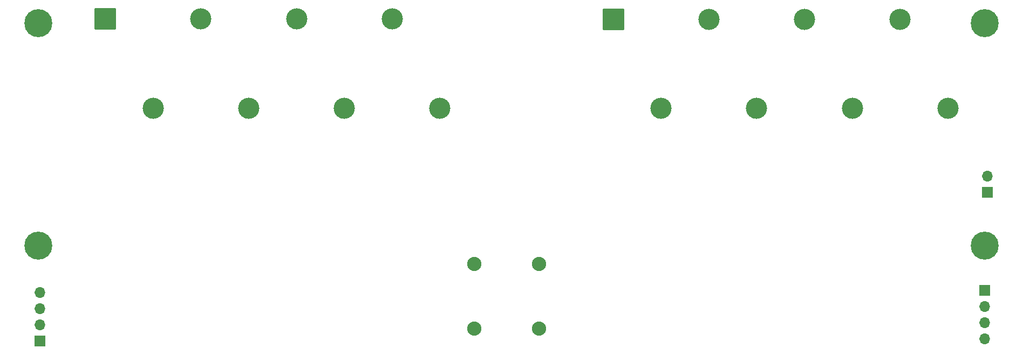
<source format=gbr>
%TF.GenerationSoftware,KiCad,Pcbnew,8.0.3*%
%TF.CreationDate,2024-11-15T02:32:19-08:00*%
%TF.ProjectId,Power_Distribution,506f7765-725f-4446-9973-747269627574,rev?*%
%TF.SameCoordinates,Original*%
%TF.FileFunction,Soldermask,Bot*%
%TF.FilePolarity,Negative*%
%FSLAX46Y46*%
G04 Gerber Fmt 4.6, Leading zero omitted, Abs format (unit mm)*
G04 Created by KiCad (PCBNEW 8.0.3) date 2024-11-15 02:32:19*
%MOMM*%
%LPD*%
G01*
G04 APERTURE LIST*
G04 Aperture macros list*
%AMRoundRect*
0 Rectangle with rounded corners*
0 $1 Rounding radius*
0 $2 $3 $4 $5 $6 $7 $8 $9 X,Y pos of 4 corners*
0 Add a 4 corners polygon primitive as box body*
4,1,4,$2,$3,$4,$5,$6,$7,$8,$9,$2,$3,0*
0 Add four circle primitives for the rounded corners*
1,1,$1+$1,$2,$3*
1,1,$1+$1,$4,$5*
1,1,$1+$1,$6,$7*
1,1,$1+$1,$8,$9*
0 Add four rect primitives between the rounded corners*
20,1,$1+$1,$2,$3,$4,$5,0*
20,1,$1+$1,$4,$5,$6,$7,0*
20,1,$1+$1,$6,$7,$8,$9,0*
20,1,$1+$1,$8,$9,$2,$3,0*%
G04 Aperture macros list end*
%ADD10RoundRect,0.102000X-1.558000X-1.558000X1.558000X-1.558000X1.558000X1.558000X-1.558000X1.558000X0*%
%ADD11C,3.320000*%
%ADD12R,1.700000X1.700000*%
%ADD13O,1.700000X1.700000*%
%ADD14C,2.600000*%
%ADD15C,2.235200*%
%ADD16C,4.400000*%
G04 APERTURE END LIST*
D10*
%TO.C,J2*%
X240270000Y-93218000D03*
D11*
X247770000Y-107218000D03*
X255270000Y-93218000D03*
X262770000Y-107218000D03*
X270270000Y-93218000D03*
X277770000Y-107218000D03*
X285270000Y-93218000D03*
X292770000Y-107218000D03*
%TD*%
D12*
%TO.C,J3*%
X150275000Y-143800000D03*
D13*
X150275000Y-141260000D03*
X150275000Y-138720000D03*
X150275000Y-136180000D03*
%TD*%
D10*
%TO.C,J1*%
X160562000Y-93160500D03*
D11*
X168062000Y-107160500D03*
X175562000Y-93160500D03*
X183062000Y-107160500D03*
X190562000Y-93160500D03*
X198062000Y-107160500D03*
X205562000Y-93160500D03*
X213062000Y-107160500D03*
%TD*%
D12*
%TO.C,J5*%
X298550000Y-135825000D03*
D13*
X298550000Y-138365000D03*
X298550000Y-140905000D03*
X298550000Y-143445000D03*
%TD*%
D14*
%TO.C,*%
X150050000Y-128825000D03*
%TD*%
D15*
%TO.C,J4*%
X218440000Y-131690000D03*
X218440000Y-141850000D03*
X228600000Y-131690000D03*
X228600000Y-141850000D03*
%TD*%
D14*
%TO.C,REF\u002A\u002A*%
X298550000Y-128825000D03*
D16*
X298550000Y-128825000D03*
%TD*%
D12*
%TO.C,REF\u002A\u002A*%
X298933000Y-120376000D03*
D13*
X298933000Y-117836000D03*
%TD*%
D14*
%TO.C,REF\u002A\u002A*%
X150050000Y-128825000D03*
D16*
X150050000Y-128825000D03*
%TD*%
%TO.C,*%
X298550000Y-128825000D03*
%TD*%
D14*
%TO.C,REF\u002A\u002A*%
X298550000Y-93825000D03*
D16*
X298550000Y-93825000D03*
%TD*%
D14*
%TO.C,REF\u002A\u002A*%
X150050000Y-93825000D03*
D16*
X150050000Y-93825000D03*
%TD*%
%TO.C,*%
X150050000Y-128825000D03*
%TD*%
M02*

</source>
